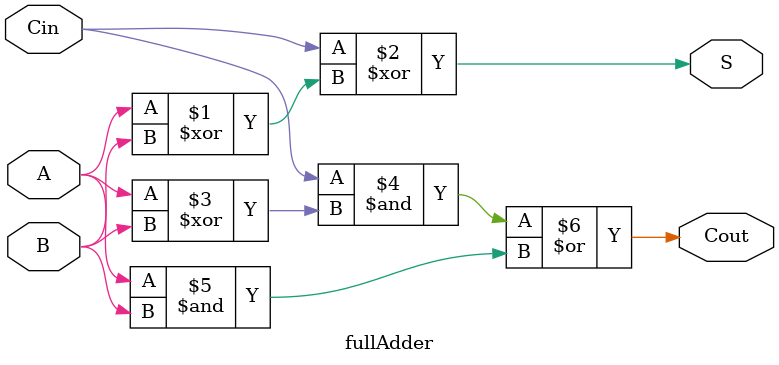
<source format=v>
module fullAdder(
	input A,B,Cin,
	output S,Cout
);

assign S = (Cin ^ (A ^ B ));
assign Cout = (Cin & (A ^ B)) | (A & B);

endmodule

</source>
